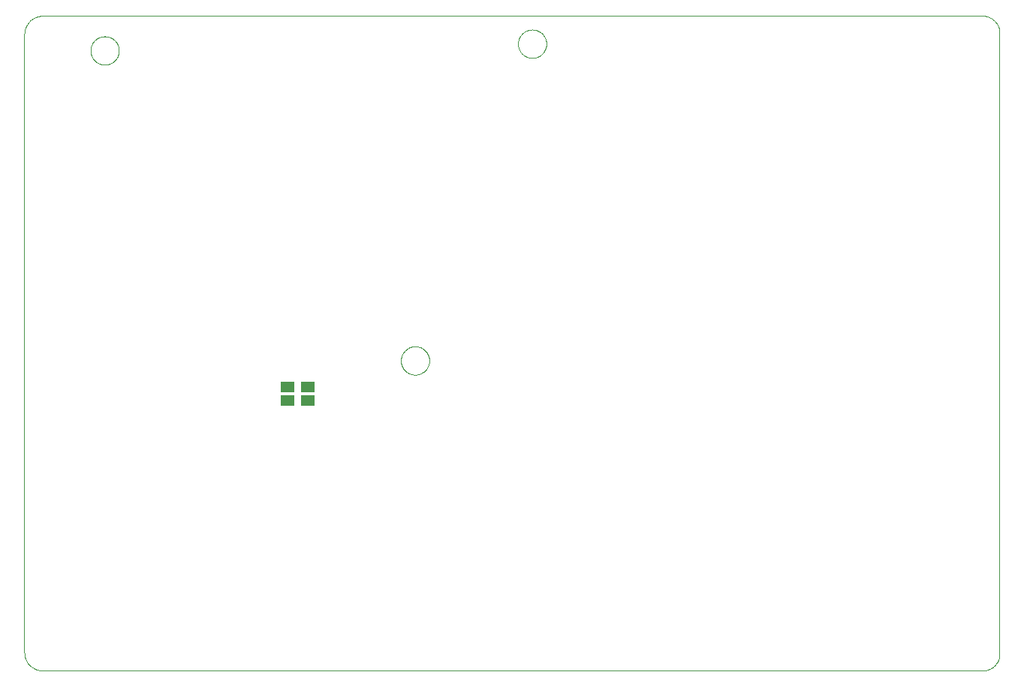
<source format=gbp>
G75*
%MOIN*%
%OFA0B0*%
%FSLAX25Y25*%
%IPPOS*%
%LPD*%
%AMOC8*
5,1,8,0,0,1.08239X$1,22.5*
%
%ADD10C,0.00000*%
%ADD11R,0.06300X0.04600*%
D10*
X0009374Y0001500D02*
X0426697Y0001500D01*
X0426879Y0001502D01*
X0427062Y0001509D01*
X0427244Y0001520D01*
X0427426Y0001535D01*
X0427607Y0001555D01*
X0427788Y0001579D01*
X0427968Y0001608D01*
X0428148Y0001641D01*
X0428326Y0001678D01*
X0428504Y0001719D01*
X0428681Y0001765D01*
X0428856Y0001815D01*
X0429030Y0001870D01*
X0429203Y0001928D01*
X0429375Y0001991D01*
X0429544Y0002057D01*
X0429713Y0002128D01*
X0429879Y0002203D01*
X0430044Y0002282D01*
X0430206Y0002365D01*
X0430367Y0002452D01*
X0430525Y0002542D01*
X0430681Y0002637D01*
X0430835Y0002735D01*
X0430986Y0002837D01*
X0431135Y0002942D01*
X0431282Y0003051D01*
X0431425Y0003164D01*
X0431566Y0003280D01*
X0431704Y0003399D01*
X0431839Y0003522D01*
X0431971Y0003648D01*
X0432100Y0003777D01*
X0432226Y0003909D01*
X0432349Y0004044D01*
X0432468Y0004182D01*
X0432584Y0004323D01*
X0432697Y0004466D01*
X0432806Y0004613D01*
X0432911Y0004762D01*
X0433013Y0004913D01*
X0433111Y0005067D01*
X0433206Y0005223D01*
X0433296Y0005381D01*
X0433383Y0005542D01*
X0433466Y0005704D01*
X0433545Y0005869D01*
X0433620Y0006035D01*
X0433691Y0006204D01*
X0433757Y0006373D01*
X0433820Y0006545D01*
X0433878Y0006718D01*
X0433933Y0006892D01*
X0433983Y0007067D01*
X0434029Y0007244D01*
X0434070Y0007422D01*
X0434107Y0007600D01*
X0434140Y0007780D01*
X0434169Y0007960D01*
X0434193Y0008141D01*
X0434213Y0008322D01*
X0434228Y0008504D01*
X0434239Y0008686D01*
X0434246Y0008869D01*
X0434248Y0009051D01*
X0434248Y0284941D01*
X0434246Y0285124D01*
X0434239Y0285306D01*
X0434228Y0285489D01*
X0434213Y0285671D01*
X0434193Y0285852D01*
X0434169Y0286033D01*
X0434140Y0286214D01*
X0434107Y0286393D01*
X0434070Y0286572D01*
X0434028Y0286750D01*
X0433982Y0286927D01*
X0433932Y0287102D01*
X0433878Y0287277D01*
X0433819Y0287450D01*
X0433757Y0287621D01*
X0433690Y0287791D01*
X0433619Y0287960D01*
X0433544Y0288126D01*
X0433465Y0288291D01*
X0433382Y0288454D01*
X0433295Y0288615D01*
X0433205Y0288773D01*
X0433110Y0288929D01*
X0433012Y0289083D01*
X0432910Y0289235D01*
X0432804Y0289384D01*
X0432695Y0289531D01*
X0432583Y0289674D01*
X0432466Y0289815D01*
X0432347Y0289954D01*
X0432224Y0290089D01*
X0432098Y0290221D01*
X0431969Y0290350D01*
X0431837Y0290476D01*
X0431702Y0290599D01*
X0431563Y0290718D01*
X0431422Y0290835D01*
X0431279Y0290947D01*
X0431132Y0291056D01*
X0430983Y0291162D01*
X0430831Y0291264D01*
X0430677Y0291362D01*
X0430521Y0291457D01*
X0430363Y0291547D01*
X0430202Y0291634D01*
X0430039Y0291717D01*
X0429874Y0291796D01*
X0429708Y0291871D01*
X0429539Y0291942D01*
X0429369Y0292009D01*
X0429198Y0292071D01*
X0429025Y0292130D01*
X0428850Y0292184D01*
X0428675Y0292234D01*
X0428498Y0292280D01*
X0428320Y0292322D01*
X0428141Y0292359D01*
X0427962Y0292392D01*
X0427781Y0292421D01*
X0427600Y0292445D01*
X0427419Y0292465D01*
X0427237Y0292480D01*
X0427054Y0292491D01*
X0426872Y0292498D01*
X0426689Y0292500D01*
X0009381Y0292500D01*
X0009181Y0292498D01*
X0008982Y0292490D01*
X0008783Y0292478D01*
X0008584Y0292461D01*
X0008385Y0292439D01*
X0008188Y0292412D01*
X0007991Y0292380D01*
X0007794Y0292344D01*
X0007599Y0292302D01*
X0007405Y0292256D01*
X0007212Y0292205D01*
X0007020Y0292150D01*
X0006830Y0292090D01*
X0006641Y0292025D01*
X0006454Y0291955D01*
X0006269Y0291881D01*
X0006085Y0291802D01*
X0005904Y0291719D01*
X0005724Y0291632D01*
X0005547Y0291540D01*
X0005372Y0291443D01*
X0005200Y0291343D01*
X0005030Y0291238D01*
X0004863Y0291129D01*
X0004698Y0291016D01*
X0004536Y0290899D01*
X0004377Y0290779D01*
X0004221Y0290654D01*
X0004069Y0290525D01*
X0003919Y0290393D01*
X0003773Y0290257D01*
X0003630Y0290118D01*
X0003491Y0289975D01*
X0003355Y0289829D01*
X0003223Y0289679D01*
X0003094Y0289527D01*
X0002969Y0289371D01*
X0002849Y0289212D01*
X0002732Y0289050D01*
X0002619Y0288885D01*
X0002510Y0288718D01*
X0002405Y0288548D01*
X0002305Y0288376D01*
X0002208Y0288201D01*
X0002116Y0288024D01*
X0002029Y0287844D01*
X0001946Y0287663D01*
X0001867Y0287479D01*
X0001793Y0287294D01*
X0001723Y0287107D01*
X0001658Y0286918D01*
X0001598Y0286728D01*
X0001543Y0286536D01*
X0001492Y0286343D01*
X0001446Y0286149D01*
X0001404Y0285954D01*
X0001368Y0285757D01*
X0001336Y0285560D01*
X0001309Y0285363D01*
X0001287Y0285164D01*
X0001270Y0284965D01*
X0001258Y0284766D01*
X0001250Y0284567D01*
X0001248Y0284367D01*
X0001248Y0009626D01*
X0001250Y0009430D01*
X0001257Y0009233D01*
X0001269Y0009037D01*
X0001286Y0008842D01*
X0001307Y0008647D01*
X0001333Y0008452D01*
X0001364Y0008258D01*
X0001399Y0008065D01*
X0001439Y0007873D01*
X0001484Y0007681D01*
X0001533Y0007491D01*
X0001587Y0007302D01*
X0001646Y0007115D01*
X0001709Y0006929D01*
X0001776Y0006744D01*
X0001848Y0006562D01*
X0001924Y0006381D01*
X0002005Y0006202D01*
X0002090Y0006025D01*
X0002179Y0005850D01*
X0002272Y0005677D01*
X0002370Y0005506D01*
X0002471Y0005338D01*
X0002577Y0005173D01*
X0002686Y0005010D01*
X0002800Y0004850D01*
X0002917Y0004692D01*
X0003038Y0004538D01*
X0003163Y0004386D01*
X0003292Y0004237D01*
X0003424Y0004092D01*
X0003559Y0003950D01*
X0003698Y0003811D01*
X0003840Y0003676D01*
X0003985Y0003544D01*
X0004134Y0003415D01*
X0004286Y0003290D01*
X0004440Y0003169D01*
X0004598Y0003052D01*
X0004758Y0002938D01*
X0004921Y0002829D01*
X0005086Y0002723D01*
X0005254Y0002622D01*
X0005425Y0002524D01*
X0005598Y0002431D01*
X0005773Y0002342D01*
X0005950Y0002257D01*
X0006129Y0002176D01*
X0006310Y0002100D01*
X0006492Y0002028D01*
X0006677Y0001961D01*
X0006863Y0001898D01*
X0007050Y0001839D01*
X0007239Y0001785D01*
X0007429Y0001736D01*
X0007621Y0001691D01*
X0007813Y0001651D01*
X0008006Y0001616D01*
X0008200Y0001585D01*
X0008395Y0001559D01*
X0008590Y0001538D01*
X0008785Y0001521D01*
X0008981Y0001509D01*
X0009178Y0001502D01*
X0009374Y0001500D01*
X0168429Y0139295D02*
X0168431Y0139453D01*
X0168437Y0139611D01*
X0168447Y0139769D01*
X0168461Y0139927D01*
X0168479Y0140084D01*
X0168500Y0140241D01*
X0168526Y0140397D01*
X0168556Y0140553D01*
X0168589Y0140708D01*
X0168627Y0140861D01*
X0168668Y0141014D01*
X0168713Y0141166D01*
X0168762Y0141317D01*
X0168815Y0141466D01*
X0168871Y0141614D01*
X0168931Y0141760D01*
X0168995Y0141905D01*
X0169063Y0142048D01*
X0169134Y0142190D01*
X0169208Y0142330D01*
X0169286Y0142467D01*
X0169368Y0142603D01*
X0169452Y0142737D01*
X0169541Y0142868D01*
X0169632Y0142997D01*
X0169727Y0143124D01*
X0169824Y0143249D01*
X0169925Y0143371D01*
X0170029Y0143490D01*
X0170136Y0143607D01*
X0170246Y0143721D01*
X0170359Y0143832D01*
X0170474Y0143941D01*
X0170592Y0144046D01*
X0170713Y0144148D01*
X0170836Y0144248D01*
X0170962Y0144344D01*
X0171090Y0144437D01*
X0171220Y0144527D01*
X0171353Y0144613D01*
X0171488Y0144697D01*
X0171624Y0144776D01*
X0171763Y0144853D01*
X0171904Y0144925D01*
X0172046Y0144995D01*
X0172190Y0145060D01*
X0172336Y0145122D01*
X0172483Y0145180D01*
X0172632Y0145235D01*
X0172782Y0145286D01*
X0172933Y0145333D01*
X0173085Y0145376D01*
X0173238Y0145415D01*
X0173393Y0145451D01*
X0173548Y0145482D01*
X0173704Y0145510D01*
X0173860Y0145534D01*
X0174017Y0145554D01*
X0174175Y0145570D01*
X0174332Y0145582D01*
X0174491Y0145590D01*
X0174649Y0145594D01*
X0174807Y0145594D01*
X0174965Y0145590D01*
X0175124Y0145582D01*
X0175281Y0145570D01*
X0175439Y0145554D01*
X0175596Y0145534D01*
X0175752Y0145510D01*
X0175908Y0145482D01*
X0176063Y0145451D01*
X0176218Y0145415D01*
X0176371Y0145376D01*
X0176523Y0145333D01*
X0176674Y0145286D01*
X0176824Y0145235D01*
X0176973Y0145180D01*
X0177120Y0145122D01*
X0177266Y0145060D01*
X0177410Y0144995D01*
X0177552Y0144925D01*
X0177693Y0144853D01*
X0177832Y0144776D01*
X0177968Y0144697D01*
X0178103Y0144613D01*
X0178236Y0144527D01*
X0178366Y0144437D01*
X0178494Y0144344D01*
X0178620Y0144248D01*
X0178743Y0144148D01*
X0178864Y0144046D01*
X0178982Y0143941D01*
X0179097Y0143832D01*
X0179210Y0143721D01*
X0179320Y0143607D01*
X0179427Y0143490D01*
X0179531Y0143371D01*
X0179632Y0143249D01*
X0179729Y0143124D01*
X0179824Y0142997D01*
X0179915Y0142868D01*
X0180004Y0142737D01*
X0180088Y0142603D01*
X0180170Y0142467D01*
X0180248Y0142330D01*
X0180322Y0142190D01*
X0180393Y0142048D01*
X0180461Y0141905D01*
X0180525Y0141760D01*
X0180585Y0141614D01*
X0180641Y0141466D01*
X0180694Y0141317D01*
X0180743Y0141166D01*
X0180788Y0141014D01*
X0180829Y0140861D01*
X0180867Y0140708D01*
X0180900Y0140553D01*
X0180930Y0140397D01*
X0180956Y0140241D01*
X0180977Y0140084D01*
X0180995Y0139927D01*
X0181009Y0139769D01*
X0181019Y0139611D01*
X0181025Y0139453D01*
X0181027Y0139295D01*
X0181025Y0139137D01*
X0181019Y0138979D01*
X0181009Y0138821D01*
X0180995Y0138663D01*
X0180977Y0138506D01*
X0180956Y0138349D01*
X0180930Y0138193D01*
X0180900Y0138037D01*
X0180867Y0137882D01*
X0180829Y0137729D01*
X0180788Y0137576D01*
X0180743Y0137424D01*
X0180694Y0137273D01*
X0180641Y0137124D01*
X0180585Y0136976D01*
X0180525Y0136830D01*
X0180461Y0136685D01*
X0180393Y0136542D01*
X0180322Y0136400D01*
X0180248Y0136260D01*
X0180170Y0136123D01*
X0180088Y0135987D01*
X0180004Y0135853D01*
X0179915Y0135722D01*
X0179824Y0135593D01*
X0179729Y0135466D01*
X0179632Y0135341D01*
X0179531Y0135219D01*
X0179427Y0135100D01*
X0179320Y0134983D01*
X0179210Y0134869D01*
X0179097Y0134758D01*
X0178982Y0134649D01*
X0178864Y0134544D01*
X0178743Y0134442D01*
X0178620Y0134342D01*
X0178494Y0134246D01*
X0178366Y0134153D01*
X0178236Y0134063D01*
X0178103Y0133977D01*
X0177968Y0133893D01*
X0177832Y0133814D01*
X0177693Y0133737D01*
X0177552Y0133665D01*
X0177410Y0133595D01*
X0177266Y0133530D01*
X0177120Y0133468D01*
X0176973Y0133410D01*
X0176824Y0133355D01*
X0176674Y0133304D01*
X0176523Y0133257D01*
X0176371Y0133214D01*
X0176218Y0133175D01*
X0176063Y0133139D01*
X0175908Y0133108D01*
X0175752Y0133080D01*
X0175596Y0133056D01*
X0175439Y0133036D01*
X0175281Y0133020D01*
X0175124Y0133008D01*
X0174965Y0133000D01*
X0174807Y0132996D01*
X0174649Y0132996D01*
X0174491Y0133000D01*
X0174332Y0133008D01*
X0174175Y0133020D01*
X0174017Y0133036D01*
X0173860Y0133056D01*
X0173704Y0133080D01*
X0173548Y0133108D01*
X0173393Y0133139D01*
X0173238Y0133175D01*
X0173085Y0133214D01*
X0172933Y0133257D01*
X0172782Y0133304D01*
X0172632Y0133355D01*
X0172483Y0133410D01*
X0172336Y0133468D01*
X0172190Y0133530D01*
X0172046Y0133595D01*
X0171904Y0133665D01*
X0171763Y0133737D01*
X0171624Y0133814D01*
X0171488Y0133893D01*
X0171353Y0133977D01*
X0171220Y0134063D01*
X0171090Y0134153D01*
X0170962Y0134246D01*
X0170836Y0134342D01*
X0170713Y0134442D01*
X0170592Y0134544D01*
X0170474Y0134649D01*
X0170359Y0134758D01*
X0170246Y0134869D01*
X0170136Y0134983D01*
X0170029Y0135100D01*
X0169925Y0135219D01*
X0169824Y0135341D01*
X0169727Y0135466D01*
X0169632Y0135593D01*
X0169541Y0135722D01*
X0169452Y0135853D01*
X0169368Y0135987D01*
X0169286Y0136123D01*
X0169208Y0136260D01*
X0169134Y0136400D01*
X0169063Y0136542D01*
X0168995Y0136685D01*
X0168931Y0136830D01*
X0168871Y0136976D01*
X0168815Y0137124D01*
X0168762Y0137273D01*
X0168713Y0137424D01*
X0168668Y0137576D01*
X0168627Y0137729D01*
X0168589Y0137882D01*
X0168556Y0138037D01*
X0168526Y0138193D01*
X0168500Y0138349D01*
X0168479Y0138506D01*
X0168461Y0138663D01*
X0168447Y0138821D01*
X0168437Y0138979D01*
X0168431Y0139137D01*
X0168429Y0139295D01*
X0030634Y0277091D02*
X0030636Y0277249D01*
X0030642Y0277407D01*
X0030652Y0277565D01*
X0030666Y0277723D01*
X0030684Y0277880D01*
X0030705Y0278037D01*
X0030731Y0278193D01*
X0030761Y0278349D01*
X0030794Y0278504D01*
X0030832Y0278657D01*
X0030873Y0278810D01*
X0030918Y0278962D01*
X0030967Y0279113D01*
X0031020Y0279262D01*
X0031076Y0279410D01*
X0031136Y0279556D01*
X0031200Y0279701D01*
X0031268Y0279844D01*
X0031339Y0279986D01*
X0031413Y0280126D01*
X0031491Y0280263D01*
X0031573Y0280399D01*
X0031657Y0280533D01*
X0031746Y0280664D01*
X0031837Y0280793D01*
X0031932Y0280920D01*
X0032029Y0281045D01*
X0032130Y0281167D01*
X0032234Y0281286D01*
X0032341Y0281403D01*
X0032451Y0281517D01*
X0032564Y0281628D01*
X0032679Y0281737D01*
X0032797Y0281842D01*
X0032918Y0281944D01*
X0033041Y0282044D01*
X0033167Y0282140D01*
X0033295Y0282233D01*
X0033425Y0282323D01*
X0033558Y0282409D01*
X0033693Y0282493D01*
X0033829Y0282572D01*
X0033968Y0282649D01*
X0034109Y0282721D01*
X0034251Y0282791D01*
X0034395Y0282856D01*
X0034541Y0282918D01*
X0034688Y0282976D01*
X0034837Y0283031D01*
X0034987Y0283082D01*
X0035138Y0283129D01*
X0035290Y0283172D01*
X0035443Y0283211D01*
X0035598Y0283247D01*
X0035753Y0283278D01*
X0035909Y0283306D01*
X0036065Y0283330D01*
X0036222Y0283350D01*
X0036380Y0283366D01*
X0036537Y0283378D01*
X0036696Y0283386D01*
X0036854Y0283390D01*
X0037012Y0283390D01*
X0037170Y0283386D01*
X0037329Y0283378D01*
X0037486Y0283366D01*
X0037644Y0283350D01*
X0037801Y0283330D01*
X0037957Y0283306D01*
X0038113Y0283278D01*
X0038268Y0283247D01*
X0038423Y0283211D01*
X0038576Y0283172D01*
X0038728Y0283129D01*
X0038879Y0283082D01*
X0039029Y0283031D01*
X0039178Y0282976D01*
X0039325Y0282918D01*
X0039471Y0282856D01*
X0039615Y0282791D01*
X0039757Y0282721D01*
X0039898Y0282649D01*
X0040037Y0282572D01*
X0040173Y0282493D01*
X0040308Y0282409D01*
X0040441Y0282323D01*
X0040571Y0282233D01*
X0040699Y0282140D01*
X0040825Y0282044D01*
X0040948Y0281944D01*
X0041069Y0281842D01*
X0041187Y0281737D01*
X0041302Y0281628D01*
X0041415Y0281517D01*
X0041525Y0281403D01*
X0041632Y0281286D01*
X0041736Y0281167D01*
X0041837Y0281045D01*
X0041934Y0280920D01*
X0042029Y0280793D01*
X0042120Y0280664D01*
X0042209Y0280533D01*
X0042293Y0280399D01*
X0042375Y0280263D01*
X0042453Y0280126D01*
X0042527Y0279986D01*
X0042598Y0279844D01*
X0042666Y0279701D01*
X0042730Y0279556D01*
X0042790Y0279410D01*
X0042846Y0279262D01*
X0042899Y0279113D01*
X0042948Y0278962D01*
X0042993Y0278810D01*
X0043034Y0278657D01*
X0043072Y0278504D01*
X0043105Y0278349D01*
X0043135Y0278193D01*
X0043161Y0278037D01*
X0043182Y0277880D01*
X0043200Y0277723D01*
X0043214Y0277565D01*
X0043224Y0277407D01*
X0043230Y0277249D01*
X0043232Y0277091D01*
X0043230Y0276933D01*
X0043224Y0276775D01*
X0043214Y0276617D01*
X0043200Y0276459D01*
X0043182Y0276302D01*
X0043161Y0276145D01*
X0043135Y0275989D01*
X0043105Y0275833D01*
X0043072Y0275678D01*
X0043034Y0275525D01*
X0042993Y0275372D01*
X0042948Y0275220D01*
X0042899Y0275069D01*
X0042846Y0274920D01*
X0042790Y0274772D01*
X0042730Y0274626D01*
X0042666Y0274481D01*
X0042598Y0274338D01*
X0042527Y0274196D01*
X0042453Y0274056D01*
X0042375Y0273919D01*
X0042293Y0273783D01*
X0042209Y0273649D01*
X0042120Y0273518D01*
X0042029Y0273389D01*
X0041934Y0273262D01*
X0041837Y0273137D01*
X0041736Y0273015D01*
X0041632Y0272896D01*
X0041525Y0272779D01*
X0041415Y0272665D01*
X0041302Y0272554D01*
X0041187Y0272445D01*
X0041069Y0272340D01*
X0040948Y0272238D01*
X0040825Y0272138D01*
X0040699Y0272042D01*
X0040571Y0271949D01*
X0040441Y0271859D01*
X0040308Y0271773D01*
X0040173Y0271689D01*
X0040037Y0271610D01*
X0039898Y0271533D01*
X0039757Y0271461D01*
X0039615Y0271391D01*
X0039471Y0271326D01*
X0039325Y0271264D01*
X0039178Y0271206D01*
X0039029Y0271151D01*
X0038879Y0271100D01*
X0038728Y0271053D01*
X0038576Y0271010D01*
X0038423Y0270971D01*
X0038268Y0270935D01*
X0038113Y0270904D01*
X0037957Y0270876D01*
X0037801Y0270852D01*
X0037644Y0270832D01*
X0037486Y0270816D01*
X0037329Y0270804D01*
X0037170Y0270796D01*
X0037012Y0270792D01*
X0036854Y0270792D01*
X0036696Y0270796D01*
X0036537Y0270804D01*
X0036380Y0270816D01*
X0036222Y0270832D01*
X0036065Y0270852D01*
X0035909Y0270876D01*
X0035753Y0270904D01*
X0035598Y0270935D01*
X0035443Y0270971D01*
X0035290Y0271010D01*
X0035138Y0271053D01*
X0034987Y0271100D01*
X0034837Y0271151D01*
X0034688Y0271206D01*
X0034541Y0271264D01*
X0034395Y0271326D01*
X0034251Y0271391D01*
X0034109Y0271461D01*
X0033968Y0271533D01*
X0033829Y0271610D01*
X0033693Y0271689D01*
X0033558Y0271773D01*
X0033425Y0271859D01*
X0033295Y0271949D01*
X0033167Y0272042D01*
X0033041Y0272138D01*
X0032918Y0272238D01*
X0032797Y0272340D01*
X0032679Y0272445D01*
X0032564Y0272554D01*
X0032451Y0272665D01*
X0032341Y0272779D01*
X0032234Y0272896D01*
X0032130Y0273015D01*
X0032029Y0273137D01*
X0031932Y0273262D01*
X0031837Y0273389D01*
X0031746Y0273518D01*
X0031657Y0273649D01*
X0031573Y0273783D01*
X0031491Y0273919D01*
X0031413Y0274056D01*
X0031339Y0274196D01*
X0031268Y0274338D01*
X0031200Y0274481D01*
X0031136Y0274626D01*
X0031076Y0274772D01*
X0031020Y0274920D01*
X0030967Y0275069D01*
X0030918Y0275220D01*
X0030873Y0275372D01*
X0030832Y0275525D01*
X0030794Y0275678D01*
X0030761Y0275833D01*
X0030731Y0275989D01*
X0030705Y0276145D01*
X0030684Y0276302D01*
X0030666Y0276459D01*
X0030652Y0276617D01*
X0030642Y0276775D01*
X0030636Y0276933D01*
X0030634Y0277091D01*
X0220429Y0280091D02*
X0220431Y0280249D01*
X0220437Y0280407D01*
X0220447Y0280565D01*
X0220461Y0280723D01*
X0220479Y0280880D01*
X0220500Y0281037D01*
X0220526Y0281193D01*
X0220556Y0281349D01*
X0220589Y0281504D01*
X0220627Y0281657D01*
X0220668Y0281810D01*
X0220713Y0281962D01*
X0220762Y0282113D01*
X0220815Y0282262D01*
X0220871Y0282410D01*
X0220931Y0282556D01*
X0220995Y0282701D01*
X0221063Y0282844D01*
X0221134Y0282986D01*
X0221208Y0283126D01*
X0221286Y0283263D01*
X0221368Y0283399D01*
X0221452Y0283533D01*
X0221541Y0283664D01*
X0221632Y0283793D01*
X0221727Y0283920D01*
X0221824Y0284045D01*
X0221925Y0284167D01*
X0222029Y0284286D01*
X0222136Y0284403D01*
X0222246Y0284517D01*
X0222359Y0284628D01*
X0222474Y0284737D01*
X0222592Y0284842D01*
X0222713Y0284944D01*
X0222836Y0285044D01*
X0222962Y0285140D01*
X0223090Y0285233D01*
X0223220Y0285323D01*
X0223353Y0285409D01*
X0223488Y0285493D01*
X0223624Y0285572D01*
X0223763Y0285649D01*
X0223904Y0285721D01*
X0224046Y0285791D01*
X0224190Y0285856D01*
X0224336Y0285918D01*
X0224483Y0285976D01*
X0224632Y0286031D01*
X0224782Y0286082D01*
X0224933Y0286129D01*
X0225085Y0286172D01*
X0225238Y0286211D01*
X0225393Y0286247D01*
X0225548Y0286278D01*
X0225704Y0286306D01*
X0225860Y0286330D01*
X0226017Y0286350D01*
X0226175Y0286366D01*
X0226332Y0286378D01*
X0226491Y0286386D01*
X0226649Y0286390D01*
X0226807Y0286390D01*
X0226965Y0286386D01*
X0227124Y0286378D01*
X0227281Y0286366D01*
X0227439Y0286350D01*
X0227596Y0286330D01*
X0227752Y0286306D01*
X0227908Y0286278D01*
X0228063Y0286247D01*
X0228218Y0286211D01*
X0228371Y0286172D01*
X0228523Y0286129D01*
X0228674Y0286082D01*
X0228824Y0286031D01*
X0228973Y0285976D01*
X0229120Y0285918D01*
X0229266Y0285856D01*
X0229410Y0285791D01*
X0229552Y0285721D01*
X0229693Y0285649D01*
X0229832Y0285572D01*
X0229968Y0285493D01*
X0230103Y0285409D01*
X0230236Y0285323D01*
X0230366Y0285233D01*
X0230494Y0285140D01*
X0230620Y0285044D01*
X0230743Y0284944D01*
X0230864Y0284842D01*
X0230982Y0284737D01*
X0231097Y0284628D01*
X0231210Y0284517D01*
X0231320Y0284403D01*
X0231427Y0284286D01*
X0231531Y0284167D01*
X0231632Y0284045D01*
X0231729Y0283920D01*
X0231824Y0283793D01*
X0231915Y0283664D01*
X0232004Y0283533D01*
X0232088Y0283399D01*
X0232170Y0283263D01*
X0232248Y0283126D01*
X0232322Y0282986D01*
X0232393Y0282844D01*
X0232461Y0282701D01*
X0232525Y0282556D01*
X0232585Y0282410D01*
X0232641Y0282262D01*
X0232694Y0282113D01*
X0232743Y0281962D01*
X0232788Y0281810D01*
X0232829Y0281657D01*
X0232867Y0281504D01*
X0232900Y0281349D01*
X0232930Y0281193D01*
X0232956Y0281037D01*
X0232977Y0280880D01*
X0232995Y0280723D01*
X0233009Y0280565D01*
X0233019Y0280407D01*
X0233025Y0280249D01*
X0233027Y0280091D01*
X0233025Y0279933D01*
X0233019Y0279775D01*
X0233009Y0279617D01*
X0232995Y0279459D01*
X0232977Y0279302D01*
X0232956Y0279145D01*
X0232930Y0278989D01*
X0232900Y0278833D01*
X0232867Y0278678D01*
X0232829Y0278525D01*
X0232788Y0278372D01*
X0232743Y0278220D01*
X0232694Y0278069D01*
X0232641Y0277920D01*
X0232585Y0277772D01*
X0232525Y0277626D01*
X0232461Y0277481D01*
X0232393Y0277338D01*
X0232322Y0277196D01*
X0232248Y0277056D01*
X0232170Y0276919D01*
X0232088Y0276783D01*
X0232004Y0276649D01*
X0231915Y0276518D01*
X0231824Y0276389D01*
X0231729Y0276262D01*
X0231632Y0276137D01*
X0231531Y0276015D01*
X0231427Y0275896D01*
X0231320Y0275779D01*
X0231210Y0275665D01*
X0231097Y0275554D01*
X0230982Y0275445D01*
X0230864Y0275340D01*
X0230743Y0275238D01*
X0230620Y0275138D01*
X0230494Y0275042D01*
X0230366Y0274949D01*
X0230236Y0274859D01*
X0230103Y0274773D01*
X0229968Y0274689D01*
X0229832Y0274610D01*
X0229693Y0274533D01*
X0229552Y0274461D01*
X0229410Y0274391D01*
X0229266Y0274326D01*
X0229120Y0274264D01*
X0228973Y0274206D01*
X0228824Y0274151D01*
X0228674Y0274100D01*
X0228523Y0274053D01*
X0228371Y0274010D01*
X0228218Y0273971D01*
X0228063Y0273935D01*
X0227908Y0273904D01*
X0227752Y0273876D01*
X0227596Y0273852D01*
X0227439Y0273832D01*
X0227281Y0273816D01*
X0227124Y0273804D01*
X0226965Y0273796D01*
X0226807Y0273792D01*
X0226649Y0273792D01*
X0226491Y0273796D01*
X0226332Y0273804D01*
X0226175Y0273816D01*
X0226017Y0273832D01*
X0225860Y0273852D01*
X0225704Y0273876D01*
X0225548Y0273904D01*
X0225393Y0273935D01*
X0225238Y0273971D01*
X0225085Y0274010D01*
X0224933Y0274053D01*
X0224782Y0274100D01*
X0224632Y0274151D01*
X0224483Y0274206D01*
X0224336Y0274264D01*
X0224190Y0274326D01*
X0224046Y0274391D01*
X0223904Y0274461D01*
X0223763Y0274533D01*
X0223624Y0274610D01*
X0223488Y0274689D01*
X0223353Y0274773D01*
X0223220Y0274859D01*
X0223090Y0274949D01*
X0222962Y0275042D01*
X0222836Y0275138D01*
X0222713Y0275238D01*
X0222592Y0275340D01*
X0222474Y0275445D01*
X0222359Y0275554D01*
X0222246Y0275665D01*
X0222136Y0275779D01*
X0222029Y0275896D01*
X0221925Y0276015D01*
X0221824Y0276137D01*
X0221727Y0276262D01*
X0221632Y0276389D01*
X0221541Y0276518D01*
X0221452Y0276649D01*
X0221368Y0276783D01*
X0221286Y0276919D01*
X0221208Y0277056D01*
X0221134Y0277196D01*
X0221063Y0277338D01*
X0220995Y0277481D01*
X0220931Y0277626D01*
X0220871Y0277772D01*
X0220815Y0277920D01*
X0220762Y0278069D01*
X0220713Y0278220D01*
X0220668Y0278372D01*
X0220627Y0278525D01*
X0220589Y0278678D01*
X0220556Y0278833D01*
X0220526Y0278989D01*
X0220500Y0279145D01*
X0220479Y0279302D01*
X0220461Y0279459D01*
X0220447Y0279617D01*
X0220437Y0279775D01*
X0220431Y0279933D01*
X0220429Y0280091D01*
D11*
X0127248Y0127500D03*
X0127248Y0121500D03*
X0118248Y0121500D03*
X0118248Y0127500D03*
M02*

</source>
